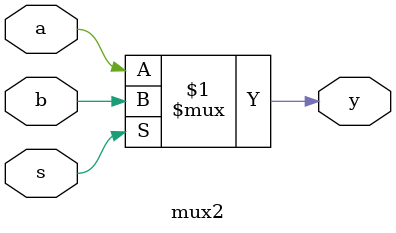
<source format=sv>
module mux2(a,b,s,y);
input logic a,b,s;
output logic y;

assign y=s?b:a;

endmodule


</source>
